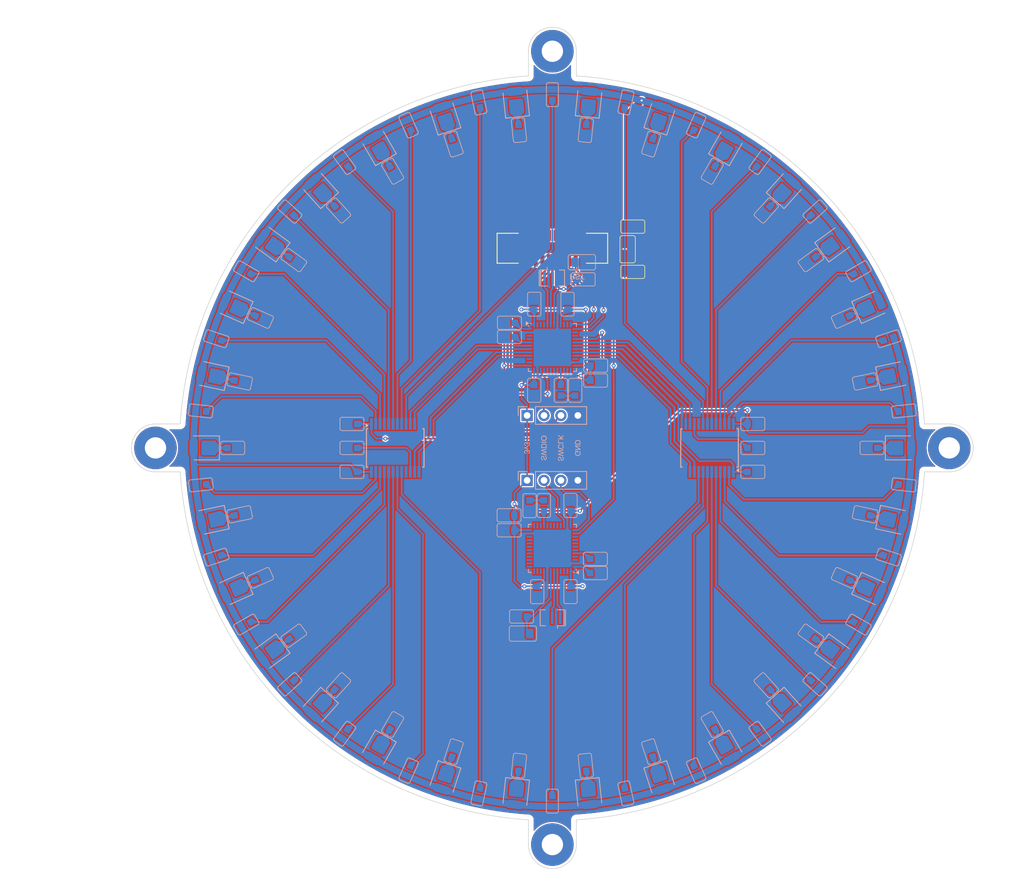
<source format=kicad_pcb>
(kicad_pcb (version 20240108) (generator "pcbnew") (generator_version "8.0")
  (layers (0 "F.Cu" signal) (31 "B.Cu" signal) (34 "B.Paste" user) (35 "F.Paste" user) (36 "B.SilkS" user "B.Silkscreen") (37 "F.SilkS" user "F.Silkscreen") (38 "B.Mask" user) (39 "F.Mask" user) (44 "Edge.Cuts" user))
  (net 0 "")
  (net 1 "+3V3")
  (net 2 "GNDREF")
  (net 3 "+3V3 FILT")
  (net 5 "Net-(D206-K)")
  (net 6 "/Light Ring/STM32/MCU1 LED")
  (net 7 "Net-(D207-K)")
  (net 8 "Net-(D208-K)")
  (net 9 "Net-(D209-K)")
  (net 10 "Net-(D210-K)")
  (net 11 "Net-(D211-K)")
  (net 12 "Net-(D212-K)")
  (net 13 "Net-(D213-K)")
  (net 14 "Net-(D214-K)")
  (net 15 "Net-(D215-K)")
  (net 16 "Net-(D216-K)")
  (net 17 "Net-(D217-K)")
  (net 18 "Net-(D218-K)")
  (net 19 "Net-(D219-K)")
  (net 20 "Net-(D220-K)")
  (net 21 "Net-(D221-K)")
  (net 22 "Net-(D222-K)")
  (net 23 "Net-(D223-K)")
  (net 24 "Net-(D224-K)")
  (net 25 "Net-(D225-K)")
  (net 26 "Net-(D226-K)")
  (net 27 "Net-(D227-K)")
  (net 28 "Net-(D228-K)")
  (net 29 "Net-(D229-K)")
  (net 30 "Net-(D230-K)")
  (net 31 "Net-(D231-K)")
  (net 32 "/Light Ring/STM32/MCU BOOT0")
  (net 33 "Net-(U203-I0)")
  (net 34 "Net-(U203-I1)")
  (net 35 "Net-(U203-I2)")
  (net 36 "Net-(U203-I3)")
  (net 37 "Net-(U203-I4)")
  (net 38 "Net-(U203-I5)")
  (net 39 "Net-(U203-I6)")
  (net 40 "Net-(U203-I7)")
  (net 41 "Net-(U203-I8)")
  (net 42 "Net-(U203-I9)")
  (net 43 "Net-(U203-I10)")
  (net 44 "Net-(U203-I11)")
  (net 45 "Net-(U203-I12)")
  (net 46 "Net-(U203-I13)")
  (net 47 "Net-(U203-I14)")
  (net 48 "/Light Ring/MUX/M1")
  (net 49 "Net-(U203-~{E})")
  (net 50 "/Light Ring/MUX/M2")
  (net 51 "/Light Ring/MUX/M1 S3")
  (net 53 "/Light Ring/MUX/M1 S2")
  (net 54 "/Light Ring/MUX/M1 S0")
  (net 55 "/Light Ring/MUX/M1 S1")
  (net 56 "/Light Ring/MUX/M2 S2")
  (net 57 "/Light Ring/MUX/M2 S1")
  (net 58 "/Light Ring/MUX/M2 S3")
  (net 59 "/Light Ring/MUX/M2 S0")
  (net 60 "/Light Ring/STM32/MCU1 OSC OUT")
  (net 61 "/Light Ring/STM32/MCU1 OSC IN")
  (net 62 "LED TX")
  (net 63 "MCU SWDIO")
  (net 64 "MCU RST")
  (net 65 "LED RX")
  (net 66 "MCU SWCLK")
  (net 67 "Net-(D202-K)")
  (net 68 "Net-(D203-K)")
  (net 69 "Net-(D204-K)")
  (net 70 "Net-(D205-K)")
  (net 71 "Net-(U202-I0)")
  (net 72 "Net-(U202-I1)")
  (net 73 "Net-(U202-I2)")
  (net 74 "Net-(U202-I3)")
  (net 75 "Net-(U202-I4)")
  (net 76 "Net-(U202-I5)")
  (net 77 "Net-(U202-I6)")
  (net 78 "Net-(U202-I7)")
  (net 79 "Net-(U202-I8)")
  (net 80 "Net-(U202-I9)")
  (net 81 "Net-(U202-I10)")
  (net 82 "Net-(U202-I11)")
  (net 83 "Net-(U202-I12)")
  (net 84 "Net-(U202-I13)")
  (net 85 "Net-(U202-I14)")
  (net 86 "Net-(U202-~{E})")
  (net 107 "Net-(D201-K)")
  (net 110 "Net-(D232-K)")
  (net 111 "FLAG")
  (net 112 "/Gate/GATE SWCLK")
  (net 113 "/Gate/GATE SWDIO")
  (net 114 "/Gate/MCU BOOT0")
  (net 119 "/Gate/MCU1 OSC IN")
  (net 129 "/Gate/MCU1 OSC OUT")
  (net 147 "Net-(U204B-NRST)")
  (net 148 "/Gate/MCU1 LED")
  (footprint "Library:cap0603" (layer "F.Cu") (at 167.275 83.55)
    (property "Reference" "C201" (hide yes))
    (property "Value" "2u2" (hide yes))
  )
  (footprint "Library:fb0805" (layer "F.Cu") (at 166.475 80.15 90)
    (property "Reference" "FB201" (hide yes))
    (property "Value" "100R")
  )
  (footprint "Library:526101071" (layer "F.Cu") (at 155.2 80 180)
    (property "Reference" "J201" (hide yes))
    (property "Value" "Conn_01x10" (hide yes))
  )
  (footprint "MountingHole:MountingHole_3.2mm_M3_Pad" (layer "F.Cu") (at 155.2 169.6)
    (property "Reference" "H201" (hide yes))
    (property "Value" "MountingHole")
  )
  (footprint "MountingHole:MountingHole_3.2mm_M3_Pad" (layer "F.Cu") (at 214.8 110 90)
    (property "Reference" "H202" (hide yes))
    (property "Value" "MountingHole")
  )
  (footprint "MountingHole:MountingHole_3.2mm_M3_Pad" (layer "F.Cu") (at 95.6 110 -90)
    (property "Reference" "H204" (hide yes))
    (property "Value" "MountingHole")
  )
  (footprint "Library:cap0603" (layer "F.Cu") (at 167.275 76.75)
    (property "Reference" "C202" (hide yes))
    (property "Value" "2u2" (hide yes))
  )
  (footprint "MountingHole:MountingHole_3.2mm_M3_Pad" (layer "F.Cu") (at 155.2 50.4 180)
    (property "Reference" "H203" (hide yes))
    (property "Value" "MountingHole")
  )
  (footprint "Library:als-pt19" (layer "B.Cu") (at 166.234913 161.915184 102)
    (property "Reference" "R204" (hide yes))
    (property "Value" "R_Photo")
  )
  (footprint "Library:res0603" (layer "B.Cu") (at 194.032816 138.213692 144)
    (property "Reference" "R249" (hide yes))
    (property "Value" "R")
  )
  (footprint "Library:led2835" (layer "B.Cu") (at 203.161137 131.353674 -24)
    (property "Reference" "D215" (hide yes))
    (property "Value" "LED")
  )
  (footprint "Library:als-pt19" (layer "B.Cu") (at 201.164298 83.4625 -150)
    (property "Reference" "R213" (hide yes))
    (property "Value" "R_Photo")
  )
  (footprint "Library:als-pt19" (layer "B.Cu") (at 205.677325 126.401077 162)
    (property "Reference" "R209" (hide yes))
    (property "Value" "R_Photo")
  )
  (footprint "Library:led2835" (layer "B.Cu") (at 103.847251 99.084636 168)
    (property "Reference" "D231" (hide yes))
    (property "Value" "LED")
  )
  (footprint "Library:res0603" (layer "B.Cu") (at 140.367184 64.349287 -72)
    (property "Reference" "R261" (hide yes))
    (property "Value" "R")
  )
  (footprint "Library:als-pt19" (layer "B.Cu") (at 186.396702 67.061423 -126)
    (property "Reference" "R215" (hide yes))
    (property "Value" "R_Photo")
  )
  (footprint "Package_DFN_QFN:QFN-48-1EP_7x7mm_P0.5mm_EP5.6x5.6mm" (layer "B.Cu") (at 155.2 125.1 90)
    (property "Reference" "U204" (hide yes))
    (property "Value" "STM32F103Cx")
  )
  (footprint "Library:led2835" (layer "B.Cu") (at 103.847251 120.915364 -168)
    (property "Reference" "D203" (hide yes))
    (property "Value" "LED")
  )
  (footprint "kibuzzard-679075F6" (layer "B.Cu") (at 158.95 84.275)
    (property "Reference" "kibuzzard-679075F6" (hide yes))
    (property "Value" "G***" (hide yes))
  )
  (footprint "Library:als-pt19" (layer "B.Cu") (at 207.98425 115.547848 174)
    (property "Reference" "R210" (hide yes))
    (property "Value" "R_Photo")
  )
  (footprint "Library:res0603" (layer "B.Cu") (at 108.248915 100.020239 -12)
    (property "Reference" "R266" (hide yes))
    (property "Value" "R")
  )
  (footprint "Library:als-pt19" (layer "B.Cu") (at 124.003298 67.061423 -54)
    (property "Reference" "R221" (hide yes))
    (property "Value" "R_Photo")
  )
  (footprint "Library:cap0603" (layer "B.Cu") (at 125.1 113.6)
    (property "Reference" "C210" (hide yes))
    (property "Value" "0u1" (hide yes))
  )
  (footprint "Library:res0603" (layer "B.Cu") (at 179.2 68.430781 -120)
    (property "Reference" "R257" (hide yes))
    (property "Value" "R")
  )
  (footprint "Library:als-pt19" (layer "B.Cu") (at 155.2 56.925 -90)
    (property "Reference" "R218" (hide yes))
    (property "Value" "R_Photo")
  )
  (footprint "Library:als-pt19" (layer "B.Cu") (at 144.165087 58.084816 -78)
    (property "Reference" "R219" (hide yes))
    (property "Value" "R_Photo")
  )
  (footprint "Library:led2835" (layer "B.Cu") (at 206.552749 120.915364 -12)
    (property "Reference" "D216" (hide yes))
    (property "Value" "LED")
  )
  (footprint "Library:res0603" (layer "B.Cu") (at 185.300001 110 180)
    (property "Reference" "R234" (hide yes))
    (property "Value" "10K")
  )
  (footprint "Library:res0603" (layer "B.Cu") (at 150.182634 157.737051 84)
    (property "Reference" "R244" (hide yes))
    (property "Value" "R")
  )
  (footprint "Library:res0603" (layer "B.Cu") (at 187.318269 145.670952 132)
    (property "Reference" "R248" (hide yes))
    (property "Value" "R")
  )
  (footprint "Library:res0603" (layer "B.Cu") (at 123.081731 74.329048 -48)
    (property "Reference" "R263" (hide yes))
    (property "Value" "R")
  )
  (footprint "Library:als-pt19" (layer "B.Cu") (at 194.642412 74.485893 -138)
    (property "Reference" "R214" (hide yes))
    (property "Value" "R_Photo")
  )
  (footprint "Library:res0603" (layer "B.Cu") (at 161.65 126.675001 180)
    (property "Reference" "R267" (hide yes))
    (property "Value" "R")
  )
  (footprint "Library:led2835" (layer "B.Cu") (at 171.423392 60.069533 72)
    (property "Reference" "D223" (hide yes))
    (property "Value" "LED")
  )
  (footprint "Library:als-pt19" (layer "B.Cu") (at 104.722675 126.401077 18)
    (property "Reference" "R227" (hide yes))
    (property "Value" "R_Photo")
  )
  (footprint "Library:led2835" (layer "B.Cu") (at 190.329357 149.015103 -48)
    (property "Reference" "D213" (hide yes))
    (property "Value" "LED")
  )
  (footprint "Library:res0603" (layer "B.Cu") (at 131.2 68.430781 -60)
    (property "Reference" "R262" (hide yes))
    (property "Value" "R")
  )
  (footprint "Library:als-pt19" (layer "B.Cu") (at 194.642412 145.514107 138)
    (property "Reference" "R207" (hide yes))
    (property "Value" "R_Photo")
  )
  (footprint "Library:als-pt19" (layer "B.Cu") (at 109.235702 136.5375 30)
    (property "Reference" "R228" (hide yes))
    (property "Value" "R_Photo")
  )
  (footprint "Library:res0603" (layer "B.Cu") (at 160.217366 157.737051 96)
    (property "Reference" "R245" (hide yes))
    (property "Value" "R")
  )
  (footprint "Library:cap0603" (layer "B.Cu") (at 157.474999 88.400001 90)
    (property "Reference" "C208" (hide yes))
    (property "Value" "0u1" (hide yes))
  )
  (footprint "Library:cap0603" (layer "B.Cu") (at 148.750001 91.2 180)
    (property "Reference" "C205" (hide yes))
    (property "Value" "0u1" (hide yes))
  )
  (footprint "Library:led2835" (layer "B.Cu") (at 102.7 110 180)
    (property "Reference" "D202" (hide yes))
    (property "Value" "LED")
  )
  (footprint "Library:res0603" (layer "B.Cu") (at 151.775 118.675 -90)
    (property "Reference" "R268" (hide yes))
    (property "Value" "1K")
  )
  (footprint "Library:res0603" (layer "B.Cu") (at 199.050182 129.523359 156)
    (property "Reference" "R250" (hide yes))
    (property "Value" "R")
  )
  (footprint "Library:res0603" (layer "B.Cu") (at 111.349818 90.476641 -24)
    (property "Reference" "R265" (hide yes))
    (property "Value" "R")
  )
  (footprint "Connector_PinHeader_2.54mm:PinHeader_1x04_P2.54mm_Vertical" (layer "B.Cu") (at 151.4 114.875 -90)
    (property "Reference" "J203" (hide yes))
    (property "Value" "Conn_01x04")
  )
  (footprint "Library:als-pt19" (layer "B.Cu") (at 133.612453 61.513575 -66)
    (property "Reference" "R220" (hide yes))
    (property "Value" "R_Photo")
  )
  (footprint "Library:res0603" (layer "B.Cu") (at 158.625 101.35 90)
    (property "Reference" "R202" (hide yes))
    (property "Value" "1K")
  )
  (footprint "Library:res0603" (layer "B.Cu") (at 111.349818 129.523359 24)
    (property "Reference" "R239" (hide yes))
    (property "Value" "R")
  )
  (footprint "Library:als-pt19" (layer "B.Cu") (at 144.165087 161.915184 78)
    (property "Reference" "R232" (hide yes))
    (property "Value" "R_Photo")
  )
  (footprint "Library:led0603" (layer "B.Cu") (at 156.474999 101.349997 90)
    (property "Reference" "D201" (hide yes))
    (property "Value" "RED")
  )
  (footprint "Library:cap0603" (layer "B.Cu") (at 161.65 128.800001)
    (property "Reference" "C215" (hide yes))
    (property "Value" "0u1" (hide yes))
  )
  (footprint "Library:res0603" (layer "B.Cu") (at 140.367184 155.650713 72)
    (property "Reference" "R243" (hide yes))
    (property "Value" "R")
  )
  (footprint "Crystal:Resonator_SMD_Murata_CSTxExxV-3Pin_3.0x1.1mm" (layer "B.Cu") (at 155.224999 84.474999)
    (property "Reference" "Y201" (hide yes))
    (property "Value" "8Mhz")
  )
  (footprint "Library:res0603" (layer "B.Cu") (at 179.2 151.569219 120)
    (property "Reference" "R247" (hide yes))
    (property "Value" "R")
  )
  (footprint "Library:res0603" (layer "B.Cu") (at 170.032816 155.650713 108)
    (property "Reference" "R246" (hide yes))
    (property "Value" "R")
  )
  (footprint "Library:res0603" (layer "B.Cu") (at 160.217366 62.262949 -96)
    (property "Reference" "R259" (hide yes))
    (property "Value" "R")
  )
  (footprint "Crystal:Resonator_SMD_Murata_CSTxExxV-3Pin_3.0x1.1mm" (layer "B.Cu") (at 155.167157 135.525 180)
    (property "Reference" "Y202" (hide yes))
    (property "Value" "8Mhz")
  )
  (footprint "Library:led2835" (layer "B.Cu") (at 128.95 155.466334 -120)
    (property "Reference" "D207" (hide yes))
    (property "Value" "LED")
  )
  (footprint "Library:als-pt19" (layer "B.Cu") (at 109.235702 83.4625 -30)
    (property "Reference" "R223" (hide yes))
    (property "Value" "R_Photo")
  )
  (footprint "Library:als-pt19" (layer "B.Cu") (at 176.787547 61.513575 -114)
    (property "Reference" "R216" (hide yes))
    (property "Value" "R_Photo")
  )
  (footprint "Library:led2835" (layer "B.Cu") (at 171.423392 159.930467 -72)
    (property "Reference" "D211" (hide yes))
    (property "Value" "LED")
  )
  (footprint "Library:led2835" (layer "B.Cu") (at 197.673392 140.858726 -36)
    (property "Reference" "D214" (hide yes))
    (property "Value" "LED")
  )
  (footprint "Library:cap0603" (layer "B.Cu") (at 161.7 97.625)
    (property "Reference" "C207" (hide yes))
    (property "Value" "0u1" (hide yes))
  )
  (footprint "Package_SO:SSOP-24_5.3x8.2mm_P0.65mm" (layer "B.Cu") (at 131.6 110 -90)
    (property "Reference" "U203" (hide yes))
    (property "Value" "CD74HC4067SM" (hide yes))
  )
  (footprint "Library:cap0603" (layer "B.Cu") (at 148.7 122.375 180)
    (property "Reference" "C213" (hide yes))
    (property "Value" "0u1" (hide yes))
  )
  (footprint "Library:cap0603" (layer "B.Cu") (at 152.475 101.349999 -90)
    (property "Reference" "C206" (hide yes))
    (property "Value" "0u1" (hide yes))
  )
  (footprint "Library:res0603" (layer "B.Cu") (at 202.151085 119.979761 168)
    (property "Reference" "R251" (hide yes))
    (property "Value" "R")
  )
  (footprint "Library:als-pt19" (layer "B.Cu") (at 186.396702 152.938577 126)
    (property "Reference" "R206" (hide yes))
    (property "Value" "R_Photo")
  )
  (footprint "Library:cap0603" (layer "B.Cu") (at 185.300001 106.4 180)
    (property "Reference" "C209" (hide yes))
    (property "Value" "0u1" (hide yes))
  )
  (footprint "Library:led2835" (layer "B.Cu") (at 206.552749 99.084636 12)
    (property "Reference" "D218" (hide yes))
    (property "Value" "LED")
  )
  (footprint "Library:led2835" (layer "B.Cu") (at 197.673392 79.141274 36)
    (property "Reference" "D220" (hide yes))
    (property "Value" "LED")
  )
  (footprint "Library:als-pt19" (layer "B.Cu") (at 166.234913 58.084816 -102)
    (property "Reference" "R217" (hide yes))
    (property "Value" "R_Photo")
  )
  (footprint "Library:cap0603" (layer "B.Cu") (at 159.825 84.675)
    (property "Reference" "C211" (hide yes))
    (property "Value" "C" (hide yes))
  )
  (footprint "kibuzzard-678DE539" (layer "B.Cu") (at 151.39 109.999999 90)
    (property "Reference" "kibuzzard-678DE539" (hide yes))
    (property "Value" "G***" (hide yes))
  )
  (footprint "Library:res0603" (layer "B.Cu") (at 131.2 151.569219 60)
    (property "Reference" "R242" (hide yes))
    (property "Value" "R")
  )
  (footprint "Library:res0603" (layer "B.Cu") (at 125.1 106.4)
    (property "Reference" "R235" (hide yes))
    (property "Value" "3K24")
  )
  (footprint "Library:led2835" (layer "B.Cu") (at 207.7 110)
    (property "Reference" "D217" (hide yes))
    (property "Value" "LED")
  )
  (footprint "Library:als-pt19" (layer "B.Cu") (at 102.41575 104.452152 -6)
    (property "Reference" "R225" (hide yes))
    (property "Value" "R_Photo")
  )
  (footprint "Library:res0603" (layer "B.Cu") (at 187.318269 74.329048 -132)
    (property "Reference" "R256" (hide yes))
    (property "Value" "R")
  )
  (footprint "Library:fb0805" (layer "B.Cu") (at 159.625 82.075 180)
    (property "Reference" "SW201" (hide yes))
    (property "Value" "IMU RST")
  )
  (footprint "Library:res0603" (layer "B.Cu") (at 185.300001 113.6 180)
    (property "Reference" "R233" (hide yes))
    (property "Value" "3K24")
  )
  (footprint "Library:led2835" (layer "B.Cu") (at 112.726608 79.141274 144)
    (property "Reference" "D229" (hide yes))
    (property "Value" "LED")
  )
  (footprint "Library:als-pt19" (layer "B.Cu") (at 133.612453 158.486425 66)
    (property "Reference" "R231" (hide yes))
    (property "Value" "R_Photo")
  )
  (footprint "Library:res0603" (layer "B.Cu") (at 107.2 110)
    (property "Reference" "R237" (hide yes))
    (property "Value" "R")
  )
  (footprint "Library:led2835" (layer "B.Cu") (at 107.238863 88.646326 156)
    (property "Reference" "D230" (hide yes))
    (property "Value" "LED")
  )
  (footprint "Library:als-pt19" (layer "B.Cu") (at 205.677325 93.598923 -162)
    (property "Reference" "R212" (hide yes))
    (property "Value" "R_Photo")
  )
  (footprint "Library:cap0603" (layer "B.Cu") (at 148.7 120.125 180)
    (property "Reference" "C212" (hide yes))
    (property "Value" "2u2" (hide yes))
  )
  (footprint "Library:led2835" (layer "B.Cu") (at 138.976608 159.930467 -108)
    (property "Reference" "D208" (hide yes))
    (property "Value" "LED")
  )
  (footprint "kibuzzard-678DE603" (layer "B.Cu") (at 156.47 110 90)
    (property "Reference" "kibuzzard-678DE603" (hide yes))
    (property "Value" "G***" (hide yes))
  )
  (footprint "Library:res0603" (layer "B.Cu") (at 116.367184 138.213692 36)
    (property "Reference" "R240" (hide yes))
    (property "Value" "R")
  )
  (footprint "Library:res0603" (layer "B.Cu") (at 194.032816 81.786308 -144)
    (property "Reference" "R255" (hide yes))
    (property "Value" "R")
  )
  (footprint "Library:led2835" (layer "B.Cu") (at 181.45 155.466334 -60)
    (property "Reference" "D212" (hide yes))
    (property "Value" "LED")
  )
  (footprint "Library:led2835" (layer "B.Cu") (at 160.687744 57.7876 84)
    (property "Reference" "D224" (hide yes))
    (property "Value" "LED")
  )
  (footprint "Library:als-pt19" (layer "B.Cu") (at 155.2 163.075 90)
    (property "Reference" "R203" (hide yes))
    (property "Value" "R_Photo")
  )
  (footprint "Library:led2835" (layer "B.Cu") (at 149.712256 57.7876 96)
    (property "Reference" "D225" (hide yes))
    (property "Value" "LED")
  )
  (footprint "kibuzzard-678DE51F" (layer "B.Cu") (at 153.93 110 90)
    (property "Reference" "kibuzzard-678DE51F" (hide yes))
    (property "Value" "G***" (hide yes))
  )
  (footprint "Library:led2835" (layer "B.Cu") (at 181.45 64.533666 60)
    (property "Reference" "D222" (hide yes))
    (property "Value" "LED")
  )
  (footprint "Library:led2835" (layer "B.Cu") (at 203.161137 88.646326 24)
    (property "Reference" "D219" (hide yes))
    (property "Value" "LED")
  )
  (footprint "kibuzzard-678DE626" (layer "B.Cu") (at 159.01 110 90)
    (property "Reference" "kibuzzard-678DE626" (hide yes))
    (property "Value" "G***" (hide yes))
  )
  (footprint "Library:als-pt19" (layer "B.Cu") (at 207.98425 104.452152 -174)
    (property "Reference" "R211" (hide yes))
    (property "Value" "R_Photo")
  )
  (footprint "Library:als-pt19" (layer "B.Cu") (at 102.41575 115.547848 6)
    (property "Reference" "R226" (hide yes))
    (property "Value" "R_Photo")
  )
  (footprint "Library:als-pt19" (layer "B.Cu") (at 201.164298 136.5375 150)
    (property "Reference" "R208" (hide yes))
    (property "Value" "R_Photo")
  )
  (footprint "Library:cap0603" (layer "B.Cu") (at 157.925 131.6 -90)
    (property "Reference" "C216" (hide yes))
    (property "Value" "0u1" (hide yes))
  )
  (footprint "Library:cap0603" (layer "B.Cu") (at 150.575 135.325 180)
    (property "Reference" "C218" (hide yes))
    (property "Value" "C" (hide yes))
  )
  (footprint "Library:res0603" (layer "B.Cu") (at 125.1 110)
    (property "Reference" "R236" (hide yes))
    (property "Value" "10K")
  )
  (footprint "Connector_PinHeader_2.54mm:PinHeader_1x04_P2.54mm_Vertical" (layer "B.Cu") (at 151.4 105.125 -90)
    (property "Reference" "J202" (hide yes))
    (property "Value" "Conn_01x04")
  )
  (footprint "Library:led2835" (layer "B.Cu") (at 120.070643 70.984897 132)
    (property "Reference" "D228" (hide yes))
    (property "Value" "LED")
  )
  (footprint "Library:cap0603" (layer "B.Cu") (at 161.699999 99.874999)
    (property "Reference" "C203" (hide yes))
    (property "Value" "2u2" (hide yes))
  )
  (footprint "Package_DFN_QFN:QFN-48-1EP_7x7mm_P0.5mm_EP5.6x5.6mm" (layer "B.Cu") (at 155.2 94.9 -90)
    (property "Reference" "U201" (hide yes))
    (property "Value" "STM32F103Cx")
  )
  (footprint "Library:led2835" (layer "B.Cu") (at 160.687744 162.2124 -84)
    (property "Reference" "D210" (hide yes))
    (property "Value" "LED")
  )
  (footprint "Library:res0603" (layer "B.Cu") (at 123.081731 145.670952 48)
    (property "Reference" "R241" (hide yes))
    (property "Value" "R")
  )
  (footprint "Package_SO:SSOP-24_5.3x8.2mm_P0.65mm" (layer "B.Cu") (at 178.800001 110 90)
    (property "Reference" "U202" (hide yes))
    (property "Value" "CD74HC4067SM")
  )
  (footprint "Library:res0603" (layer "B.Cu") (at 202.151085 100.020239 -168)
    (property "Reference" "R253" (hide yes))
    (property "Value" "R")
  )
  (footprint "Library:als-pt19" (layer "B.Cu") (at 124.003298 152.938577 54)
    (property "Reference" "R230" (hide yes))
    (property "Value" "R_Photo")
  )
  (footprint "Library:led2835" (layer "B.Cu") (at 149.712256 162.2124 -96)
    (property "Reference" "D209" (hide yes))
    (property "Value" "LED")
  )
  (footprint "Library:led2835" (layer "B.Cu") (at 112.726608 140.858726 -144)
    (property "Reference" "D205" (hide yes))
    (property "Value" "LED")
  )
  (footprint "Library:led0603" (layer "B.Cu") (at 153.925 118.65 -90)
    (property "Reference" "D232" (hide yes))
    (property "Value" "RED")
  )
  (footprint "Library:res0603" (layer "B.Cu") (at 203.2 110 180)
    (property "Reference" "R252" (hide yes))
    (property "Value" "R")
  )
  (footprint "Library:cap0603" (layer "B.Cu") (at 152.475 88.400002 90)
    (property "Reference" "C204" (hide yes))
    (property "Value" "0u1" (hide yes))
  )
  (footprint "Library:als-pt19" (layer "B.Cu") (at 104.722675 93.598923 -18)
    (property "Reference" "R224" (hide yes))
    (property "Value" "R_Photo")
  )
  (footprint "Library:cap0603" (layer "B.Cu") (at 157.925 118.65 90)
    (property "Reference" "C217" (hide yes))
    (property "Value" "0u1" (hide yes))
  )
  (footprint "Library:led2835" (layer "B.Cu") (at 120.070643 149.015103 -132)
    (property "Reference" "D206" (hide yes))
    (property "Value" "LED")
  )
  (footprint "Library:led2835" (layer "B.Cu") (at 128.95 64.533666 120)
    (property "Reference" "D227" (hide yes))
    (property "Value" "LED")
  )
  (footprint "Library:res0603" (layer "B.Cu") (at 108.248915 119.979761 12)
    (property "Reference" "R238" (hide yes))
    (property "Value" "R")
  )
  (footprint "Library:fb0805" (layer "B.Cu") (at 150.775 137.925)
    (property "Reference" "SW202" (hide yes))
    (property "Value" "IMU RST")
  )
  (footprint "Library:res0603" (layer "B.Cu") (at 150.182634 62.262949 -84)
    (property "Reference" "R260" (hide yes))
    (property "Value" "R")
  )
  (footprint "Library:als-pt19" (layer "B.Cu") (at 176.787547 158.486425 114)
    (property "Reference" "R205" (hide yes))
    (property "Value" "R_Photo")
  )
  (footprint "Library:res0603" (layer "B.Cu") (at 199.050182 90.476641 -156)
    (property "Reference" "R254" (hide yes))
    (property "Value" "R")
  )
  (footprint "Library:led2835" (layer "B.Cu") (at 107.238863 131.353674 -156)
    (property "Reference" "D204" (hide yes))
    (property "Value" "LED")
  )
  (footprint "Library:led2835" (layer "B.Cu") (at 138.976608 60.069533 108)
    (property "Reference" "D226" (hide yes))
    (property "Value" "LED")
  )
  (footprint "Library:led2835" (layer "B.Cu") (at 190.329357 70.984897 48)
    (property "Reference" "D221" (hide yes))
    (property "Value" "LED")
  )
  (footprint "Library:als-pt19" (layer "B.Cu") (at 115.757588 74.485893 -42)
    (property "Reference" "R222" (hide yes))
    (property "Value" "R_Photo")
  )
  (footprint "Library:res0603" (layer "B.Cu") (at 148.75 93.325)
    (property "Reference" "R201" (hide yes))
    (property "Value" "R")
  )
  (footprint "Library:res0603" (layer "B.Cu") (at 170.032816 64.349287 -108)
    (property "Reference" "R258" (hide yes))
    (property "Value" "R")
  )
  (footprint "Library:res0603" (layer "B.Cu") (at 116.367184 81.786308 -36)
    (property "Reference" "R264" (hide yes))
    (property "Value" "R")
  )
  (footprint "Library:als-pt19" (layer "B.Cu") (at 115.757588 145.514107 42)
    (property "Reference" "R229" (hide yes))
    (property "Value" "R_Photo")
  )
  (footprint "Library:cap0603" (layer "B.Cu") (at 152.925 131.6 -90)
    (property "Reference" "C214" (hide yes))
    (property "Value" "0u1" (hide yes))
  )
  (gr_arc (start 206.43817 93.35171) (mid 104.903355 129.307073) (end 204.417261 88.087063) (stroke (width 1)) (layer "B.Cu") (net 3))
  (gr_arc (start 211.084165 113.599999) (mid 194.797979 149.597979) (end 158.799999 165.884165) (stroke (width 0.1)) (layer "Edge.Cuts"))
  (gr_arc (start 214.8 106.4) (mid 218.4 110) (end 214.8 113.6) (stroke (width 0.1)) (layer "Edge.Cuts"))
  (gr_line (start 158.8 54.115834) (end 158.8 50.4) (stroke (width 0.1)) (layer "Edge.Cuts"))
  (gr_arc (start 99.315834 106.4) (mid 115.60202 70.40202) (end 151.6 54.115834) (stroke (width 0.1)) (layer "Edge.Cuts"))
  (gr_arc (start 158.8 169.6) (mid 155.2 173.2) (end 151.6 169.6) (stroke (width 0.1)) (layer "Edge.Cuts"))
  (gr_line (start 211.084166 113.6) (end 214.8 113.6) (stroke (width 0.1)) (layer "Edge.Cuts"))
  (gr_circle (center 214.8 110) (end 216.3 110) (stroke (width 0.1)) (fill none) (layer "Edge.Cuts"))
  (gr_arc (start 151.6 165.884166) (mid 115.60202 149.59798) (end 99.315834 113.6) (stroke (width 0.1)) (layer "Edge.Cuts"))
  (gr_line (start 95.6 113.6) (end 99.315834 113.6) (stroke (width 0.1)) (layer "Edge.Cuts"))
  (gr_line (start 99.315834 106.4) (end 95.6 106.4) (stroke (width 0.1)) (layer "Edge.Cuts"))
  (gr_line (start 151.6 165.884166) (end 151.6 169.6) (stroke (width 0.1)) (layer "Edge.Cuts"))
  (gr_line (start 151.6 50.4) (end 151.6 54.115834) (stroke (width 0.1)) (layer "Edge.Cuts"))
  (gr_arc (start 158.8 54.115834) (mid 194.79798 70.40202) (end 211.084166 106.4) (stroke (width 0.1)) (layer "Edge.Cuts"))
  (gr_circle (center 95.6 110) (end 97.1 110) (stroke (width 0.1)) (fill none) (layer "Edge.Cuts"))
  (gr_line (start 158.8 169.6) (end 158.8 165.884166) (stroke (width 0.1)) (layer "Edge.Cuts"))
  (gr_arc (start 95.6 113.6) (mid 92 110) (end 95.6 106.4) (stroke (width 0.1)) (layer "Edge.Cuts"))
  (gr_circle (center 155.2 50.4) (end 156.7 50.4) (stroke (width 0.1)) (fill none) (layer "Edge.Cuts"))
  (gr_arc (start 151.6 50.4) (mid 155.2 46.8) (end 158.8 50.4) (stroke (width 0.1)) (layer "Edge.Cuts"))
  (gr_line (start 214.8 106.4) (end 211.084166 106.4) (stroke (width 0.1)) (layer "Edge.Cuts"))
  (segment (start 174.45 104.325) (end 159.325 119.45) (width 0.254) (layer "F.Cu") (net 3))
  (segment (start 160.2 89.2) (end 150.55 89.2) (width 0.254) (layer "F.Cu") (net 3))
  (segment (start 159.45 99.15) (end 151.975 99.15) (width 0.254) (layer "F.Cu") (net 3))
  (segment (start 166.475 59.925) (end 168.6 57.8) (width 1) (layer "F.Cu") (net 3))
  (segment (start 159.7 130.8) (end 159.725 130.775) (width 0.254) (layer "F.Cu") (net 3))
  (segment (start 159.325 119.45) (end 150.525 119.45) (width 0.254) (layer "F.Cu") (net 3))
  (segment (start 166.475 76.75) (end 166.475 59.925) (width 1) (layer "F.Cu") (net 3))
  (segment (start 159.45 99.15) (end 160.2 98.4) (width 0.254) (layer "F.Cu") (net 3))
  (segment (start 151.975 99.15) (end 150.575 100.55) (width 0.254) (layer "F.Cu") (net 3))
  (segment (start 151 130.8) (end 159.7 130.8) (width 0.254) (layer "F.Cu") (net 3))
  (segment (start 150.525 119.45) (end 149.5 118.425) (width 0.254) (layer "F.Cu") (net 3))
  (segment (start 184.475 104.325) (end 174.45 104.325) (width 0.254) (layer "F.Cu") (net 3))
  (segment (start 160.2 98.4) (end 160.2 89.2) (width 0.254) (layer "F.Cu") (net 3))
  (via (at 159.45 99.15) (size 0.6) (drill 0.3) (layers "F.Cu" "B.Cu") (net 3))
  (via (at 160.2 89.2) (size 0.6) (drill 0.3) (layers "F.Cu" "B.Cu") (net 3))
  (via (at 150.55 89.2) (size 0.6) (drill 0.3) (layers "F.Cu" "B.Cu") (net 3))
  (via (at 159.725 130.775) (size 0.6) (drill 0.3) (layers "F.Cu" "B.Cu") (net 3))
  (via (at 149.5 118.425) (size 0.6) (drill 0.3) (layers "F.Cu" "B.Cu") (net 3))
  (via (at 159.325 119.45) (size 0.6) (drill 0.3) (layers "F.Cu" "B.Cu") (net 3))
  (via (at 184.475 104.325) (size 0.6) (drill 0.3) (layers "F.Cu" "B.Cu") (net 3))
  (via (at 151 130.8) (size 0.6) (drill 0.3) (layers "F.Cu" "B.Cu") (net 3))
  (via (at 150.575 100.55) (size 0.6) (drill 0.3) (layers "F.Cu" "B.Cu") (net 3))
  (via (at 168.6 57.8) (size 0.6) (drill 0.3) (layers "F.Cu" "B.Cu") (net 3))
  (segment (start 157.950001 130.775) (end 157.925 130.800001) (width 0.254) (layer "B.Cu") (net 3))
  (segment (start 125.899999 113.6) (end 124.824999 112.525) (width 0.254) (layer "B.Cu") (net 3))
  (segment (start 149.499999 116.775001) (end 151.4 114.875) (width 0.254) (layer "B.Cu") (net 3))
  (segment (start 149.499998 118.425001) (end 149.5 118.425) (width 0.254) (layer "B.Cu") (net 3))
  (segment (start 149.499998 122.375) (end 149.499999 120.125) (width 0.254) (layer "B.Cu") (net 3))
  (segment (start 150.999999 130.800001) (end 150.325001 130.800001) (width 0.254) (layer "B.Cu") (net 3))
  (segment (start 202.75 106.75) (end 208.779869 106.75) (width 0.254) (layer "B.Cu") (net 3))
  (segment (start 149.524999 122.35) (end 149.499998 122.375) (width 0.254) (layer "B.Cu") (net 3))
  (segment (start 153.95 128.5375) (end 153.95 129.775001) (width 0.254) (layer "B.Cu") (net 3))
  (segment (start 152.475 100.55) (end 150.575 100.55) (width 0.254) (layer "B.Cu") (net 3))
  (segment (start 157.95 130.775001) (end 157.925 130.800001) (width 0.254) (layer "B.Cu") (net 3))
  (segment (start 153.95 129.775001) (end 152.925 130.800001) (width 0.254) (layer "B.Cu") (net 3))
  (segment (start 160.900001 99.874999) (end 160.899999 97.625) (width 0.254) (layer "B.Cu") (net 3))
  (segment (start 151.7875 92.125) (end 151.7875 91.7625) (width 0.254) (layer "B.Cu") (net 3))
  (segment (start 151.7875 92.125) (end 150.475 92.125) (width 0.254) (layer "B.Cu") (net 3))
  (segment (start 184.500002 107.500002) (end 184.725 107.725) (width 0.254) (layer "B.Cu") (net 3))
  (segment (start 184.725 107.725) (end 201.775 107.725) (width 0.254) (layer "B.Cu") (net 3))
  (segment (start 160.174999 99.874999) (end 160.9 99.874999) (width 0.254) (layer "B.Cu") (net 3))
  (segment (start 149.5 118.425) (end 149.499999 116.775001) (width 0.254) (layer "B.Cu") (net 3))
  (segment (start 150.575 100.55) (end 150.575 102.625) (width 0.254) (layer "B.Cu") (net 3))
  (segment (start 151.4 105.125) (end 151.4 114.875) (width 0.254) (layer "B.Cu") (net 3))
  (segment (start 150.475 92.125) (end 149.55 91.2) (width 0.254) (layer "B.Cu") (net 3))
  (segment (start 152.925 130.800001) (end 151.000001 130.800001) (width 0.254) (layer "B.Cu") (net 3))
  (segment (start 159.45 99.15) (end 160.174999 99.874999) (width 0.254) (layer "B.Cu") (net 3))
  (segment (start 152.475 100.55) (end 152.475 98.312499) (width 0.254) (layer "B.Cu") (net 3))
  (segment (start 151.000001 130.800001) (end 151 130.8) (width 0.254) (layer "B.Cu") (net 3))
  (segment (start 159.725 130.775) (end 157.950001 130.775) (width 0.254) (layer "B.Cu") (net 3))
  (segment (start 156.474999 90.2) (end 156.474999 91.437499) (width 0.254) (layer "B.Cu") (net 3))
  (segment (start 158.6375 128.3375) (end 158.437499 128.5375) (width 0.254) (layer "B.Cu") (net 3))
  (segment (start 158.6375 127.85) (end 158.6375 128.3375) (width 0.254) (layer "B.Cu") (net 3))
  (segment (start 184.500002 106.4) (end 182.375001 106.4) (width 0.254) (layer "B.Cu") (net 3))
  (segment (start 157.474999 89.2) (end 160.2 89.2) (width 0.254) (layer "B.Cu") (net 3))
  (segment (start 151 130.8) (end 150.999999 130.800001) (width 0.254) (layer "B.Cu") (net 3))
  (segment (start 124.824999 112.525) (end 101.868131 112.525) (width 0.254) (layer "B.Cu") (net 3))
  (segment (start 157.95 128.5375) (end 157.95 130.775001) (width 0.254) (layer "B.Cu") (net 3))
  (segment (start 151.375 103.425) (end 151.375 105.125) (width 0.254) (layer "B.Cu") (net 3))
  (segment (start 184.475 104.325) (end 184.475 106.374998) (width 0.254) (layer "B.Cu") (net 3))
  (segment (start 151.7625 122.35) (end 149.524999 122.35) (width 0.254) (layer "B.Cu") (net 3))
  (segment (start 159.900001 127.85) (end 160.850001 128.8) (width 0.254) (layer "B.Cu") (net 3))
  (segment (start 184.500002 106.4) (end 184.500002 107.500002) (width 0.254) (layer "B.Cu") (net 3))
  (segment (start 157.474999 89.2) (end 156.474999 90.2) (width 0.254) (layer "B.Cu") (net 3))
  (segment (start 125.899999 113.6) (end 128.025 113.6) (width 0.254) (layer "B.Cu") (net 3))
  (segment (start 158.6375 127.85) (end 159.900001 127.85) (width 0.254) (layer "B.Cu") (net 3))
  (segment (start 150.325001 130.800001) (end 149.499999 129.974999) (width 0.254) (layer "B.Cu") (net 3))
  (segment (start 201.775 107.725) (end 202.75 106.75) (width 0.254) (layer "B.Cu") (net 3))
  (segment (start 151.7875 91.7625) (end 152.1125 91.4375) (width 0.254) (layer "B.Cu") (net 3))
  (segment (start 158.437499 128.5375) (end 157.95 128.5375) (width 0.254) (layer "B.Cu") (net 3))
  (segment (start 149.499999 120.125) (end 149.499998 118.425001) (width 0.254) (layer "B.Cu") (net 3))
  (segment (start 157.925 119.449999) (end 159.325 119.45) (width 0.254) (layer "B.Cu") (net 3))
  (segment (start 152.475 89.200001) (end 152.475 91.437499) (width 0.254) (layer "B.Cu") (net 3))
  (segment (start 157.925 119.449999) (end 157.925 121.6375) (width 0.254) (layer "B.Cu") (net 3))
  (segment (start 157.925 121.6375) (end 157.95 121.6625) (width 0.254) (layer "B.Cu") (net 3))
  (segment (start 150.55 89.2) (end 152.475 89.200001) (width 0.254) (layer "B.Cu") (net 3))
  (segment (start 152.1125 91.4375) (end 152.475 91.4375) (width 0.254) (layer "B.Cu") (net 3))
  (segment (start 149.499999 129.974999) (end 149.499998 122.375) (width 0.254) (layer "B.Cu") (net 3))
  (segment (start 150.575 102.625) (end 151.375 103.425) (width 0.254) (layer "B.Cu") (net 3))
  (segment (start 160.899999 97.625) (end 158.6625 97.625) (width 0.254) (layer "B.Cu") (net 3))
  (segment (start 122.546427 146.265467) (end 120.672861 148.346273) (width 0.254) (layer "B.Cu") (net 5))
  (segment (start 156.474999 100.549999) (end 156.475 98.3125) (width 0.254) (layer "B.Cu") (net 6))
  (segment (start 130.8 152.262039) (end 129.399999 154.686911) (width 0.254) (layer "B.Cu") (net 7))
  (segment (start 140.119971 156.411557) (end 139.254723 159.074516) (width 0.254) (layer "B.Cu") (net 8))
  (segment (start 150.099011 158.532667) (end 149.806331 161.317329) (width 0.254) (layer "B.Cu") (net 9))
  (segment (start 160.300989 158.532667) (end 160.593669 161.317329) (width 0.254) (layer "B.Cu") (net 10))
  (segment (start 170.280029 156.411557) (end 171.145277 159.074516) (width 0.254) (layer "B.Cu") (net 11))
  (segment (start 179.6 152.262039) (end 181.000001 154.686911) (width 0.254) (layer "B.Cu") (net 12))
  (segment (start 187.853573 146.265467) (end 189.727139 148.346273) (width 0.254) (layer "B.Cu") (net 13))
  (segment (start 194.680029 138.68392) (end 196.945277 140.329719) (width 0.254) (layer "B.Cu") (net 14))
  (segment (start 199.781017 129.848748) (end 202.338945 130.987611) (width 0.254) (layer "B.Cu") (net 15))
  (segment (start 202.933602 120.14609) (end 205.672416 120.728243) (width 0.254) (layer "B.Cu") (net 16))
  (segment (start 203.999999 110) (end 206.8 110) (width 0.254) (layer "B.Cu") (net 17))
  (segment (start 202.933602 99.85391) (end 205.672416 99.271757) (width 0.254) (layer "B.Cu") (net 18))
  (segment (start 199.781017 90.151252) (end 202.338945 89.012389) (width 0.254) (layer "B.Cu") (net 19))
  (segment (start 194.680029 81.31608) (end 196.945277 79.670281) (width 0.254) (layer "B.Cu") (net 20))
  (segment (start 187.853573 73.734533) (end 189.727139 71.653727) (width 0.254) (layer "B.Cu") (net 21))
  (segment (start 179.6 67.737961) (end 181.000001 65.313089) (width 0.254) (layer "B.Cu") (net 22))
  (segment (start 170.280029 63.588443) (end 171.145277 60.925484) (width 0.254) (layer "B.Cu") (net 23))
  (segment (start 160.300989 61.467333) (end 160.593669 58.682671) (width 0.254) (layer "B.Cu") (net 24))
  (segment (start 150.099011 61.467333) (end 149.806331 58.682671) (width 0.254) (layer "B.Cu") (net 25))
  (segment (start 140.119971 63.588443) (end 139.254723 60.925484) (width 0.254) (layer "B.Cu") (net 26))
  (segment (start 130.800001 67.737961) (end 129.400001 65.313089) (width 0.254) (layer "B.Cu") (net 27))
  (segment (start 122.546427 73.734533) (end 120.672861 71.653727) (width 0.254) (layer "B.Cu") (net 28))
  (segment (start 115.719971 81.31608) (end 113.454723 79.670281) (width 0.254) (layer "B.Cu") (net 29))
  (segment (start 110.618983 90.151252) (end 108.061055 89.012389) (width 0.254) (layer "B.Cu") (net 30))
  (segment (start 107.466398 99.85391) (end 104.727584 99.271757) (width 0.254) (layer "B.Cu") (net 31))
  (segment (start 151.7875 94.124999) (end 150.349998 94.124999) (width 0.254) (layer "B.Cu") (net 32))
  (segment (start 150.349998 94.124999) (end 149.549999 93.325) (width 0.254) (layer "B.Cu") (net 32))
  (segment (start 155.200001 80.199999) (end 155.200001 57.724999) (width 0.254) (layer "B.Cu") (net 33))
  (segment (start 133.225 102.175) (end 155.200001 80.199999) (width 0.254) (layer "B.Cu") (net 33))
  (segment (start 133.225 106.4) (end 133.225 102.175) (width 0.254) (layer "B.Cu") (net 33))
  (segment (start 132.575 106.4) (end 132.575 101.125001) (width 0.254) (layer "B.Cu") (net 34))
  (segment (start 144.325001 89.375) (end 144.325001 58.873749) (width 0.254) (layer "B.Cu") (net 34))
  (segment (start 132.575 101.125001) (end 144.325001 89.375) (width 0.254) (layer "B.Cu") (net 34))
  (segment (start 131.925 98.950002) (end 133.937843 96.937158) (width 0.254) (layer "B.Cu") (net 35))
  (segment (start 131.925 106.399999) (end 131.925 98.950002) (width 0.254) (layer "B.Cu") (net 35))
  (segment (start 133.937843 96.937158) (end 133.937843 62.24441) (width 0.254) (layer "B.Cu") (net 35))
  (segment (start 131.275 74.510109) (end 124.473526 67.708636) (width 0.254) (layer "B.Cu") (net 36))
  (segment (start 131.275 106.4) (end 131.275 74.510109) (width 0.254) (layer "B.Cu") (net 36))
  (segment (start 130.625001 89.294093) (end 116.352105 75.021197) (width 0.254) (layer "B.Cu") (net 37))
  (segment (start 130.625001 106.4) (end 130.625001 89.294093) (width 0.254) (layer "B.Cu") (net 37))
  (segment (start 129.975 98.949999) (end 114.887501 83.8625) (width 0.254) (layer "B.Cu") (net 38))
  (segment (start 114.887501 83.8625) (end 109.928522 83.8625) (width 0.254) (layer "B.Cu") (net 38))
  (segment (start 129.975 106.4) (end 129.975 98.949999) (width 0.254) (layer "B.Cu") (net 38))
  (segment (start 129.325 101.949999) (end 121.221137 93.846136) (width 0.254) (layer "B.Cu") (net 39))
  (segment (start 121.221137 93.846136) (end 105.48352 93.846136) (width 0.254) (layer "B.Cu") (net 39))
  (segment (start 129.325 106.4) (end 129.325 101.949999) (width 0.254) (layer "B.Cu") (net 39))
  (segment (start 128.675 106.399999) (end 128.675 104.474999) (width 0.254) (layer "B.Cu") (net 40))
  (segment (start 126.475001 102.275) (end 105.472145 102.275) (width 0.254) (layer "B.Cu") (net 40))
  (segment (start 128.675 104.474999) (end 126.475001 102.275) (width 0.254) (layer "B.Cu") (net 40))
  (segment (start 105.472145 102.275) (end 103.21137 104.535775) (width 0.254) (layer "B.Cu") (net 40))
  (segment (start 104.497145 116.75) (end 126.654001 116.75) (width 0.254) (layer "B.Cu") (net 41))
  (segment (start 128.675 114.729) (end 128.675 113.6) (width 0.254) (layer "B.Cu") (net 41))
  (segment (start 126.654001 116.75) (end 128.675 114.729) (width 0.254) (layer "B.Cu") (net 41))
  (segment (start 103.21137 115.464225) (end 104.497145 116.75) (width 0.254) (layer "B.Cu") (net 41))
  (segment (start 119.296137 126.153864) (end 105.483521 126.153864) (width 0.254) (layer "B.Cu") (net 42))
  (segment (start 129.325 116.125001) (end 119.296137 126.153864) (width 0.254) (layer "B.Cu") (net 42))
  (segment (start 129.325 113.6) (end 129.325 116.125001) (width 0.254) (layer "B.Cu") (net 42))
  (segment (start 129.975 118.575001) (end 129.975 113.6) (width 0.254) (layer "B.Cu") (net 43))
  (segment (start 109.928522 136.137501) (end 112.4125 136.137501) (width 0.254) (layer "B.Cu") (net 43))
  (segment (start 112.4125 136.137501) (end 129.975 118.575001) (width 0.254) (layer "B.Cu") (net 43))
  (segment (start 130.625 113.6) (end 130.625 130.7) (width 0.254) (layer "B.Cu") (net 44))
  (segment (start 130.625 130.7) (end 116.352104 144.972896) (width 0.254) (layer "B.Cu") (net 44))
  (segment (start 124.473527 152.291364) (end 131.275 145.489891) (width 0.254) (layer "B.Cu") (net 45))
  (segment (start 131.275 145.489891) (end 131.275 113.600001) (width 0.254) (layer "B.Cu") (net 45))
  (segment (start 135.775001 155.918432) (end 135.775001 122.975) (width 0.254) (layer "B.Cu") (net 46))
  (segment (start 131.925 119.124998) (end 131.925 113.6) (width 0.254) (layer "B.Cu") (net 46))
  (segment (start 133.937843 157.75559) (end 135.775001 155.918432) (width 0.254) (layer "B.Cu") (net 46))
  (segment (start 135.775001 122.975) (end 131.925 119.124998) (width 0.254) (layer "B.Cu") (net 46))
  (segment (start 144.331417 128.756416) (end 132.575 116.999999) (width 0.254) (layer "B.Cu") (net 47))
  (segment (start 132.575 116.999999) (end 132.575 113.6) (width 0.254) (layer "B.Cu") (net 47))
  (segment (start 144.331417 161.132667) (end 144.331417 128.756416) (width 0.254) (layer "B.Cu") (net 47))
  (segment (start 181.875 111.975) (end 182.375001 112.475001) (width 0.254) (layer "B.Cu") (net 48))
  (segment (start 182.375 113.6) (end 184.5 113.6) (width 0.254) (layer "B.Cu") (net 48))
  (segment (start 174.125 108.85) (end 177.25 111.975) (width 0.254) (layer "B.Cu") (net 48))
  (segment (start 177.25 111.975) (end 181.875 111.975) (width 0.254) (layer "B.Cu") (net 48))
  (segment (start 158.6375 95.15) (end 165.75 95.15) (width 0.254) (layer "B.Cu") (net 48))
  (segment (start 182.375001 112.475001) (end 182.375001 113.6) (width 0.254) (layer "B.Cu") (net 48))
  (segment (start 174.125 103.525) (end 174.125 108.85) (width 0.254) (layer "B.Cu") (net 48))
  (segment (start 165.75 95.15) (end 174.125 103.525) (width 0.254) (layer "B.Cu") (net 48))
  (segment (start 133.275 110) (end 133.875 110.6) (width 0.254) (layer "B.Cu") (net 49))
  (segment (start 125.9 110) (end 133.275 110) (width 0.254) (layer "B.Cu") (net 49))
  (segment (start 133.875 110.6) (end 133.875 113.6) (width 0.254) (layer "B.Cu") (net 49))
  (segment (start 162.675 106.05) (end 160.125 108.6) (width 0.254) (layer "F.Cu") (net 50))
  (segment (start 162.675 92.675) (end 162.675 106.05) (width 0.254) (layer "F.Cu") (net 50))
  (segment (start 162.675 92.675) (end 162.75 92.75) (width 0.254) (layer "F.Cu") (net 50))
  (segment (start 160.125 108.6) (end 130.125 108.6) (width 0.254) (layer "F.Cu") (net 50))
  (via (at 162.675 92.675) (size 0.6) (drill 0.3) (layers "F.Cu" "B.Cu") (net 50))
  (via (at 130.125 108.6) (size 0.6) (drill 0.3) (layers "F.Cu" "B.Cu") (net 50))
  (segment (start 130.125 108.6) (end 128.775 108.6) (width 0.254) (layer "B.Cu") (net 50))
  (segment (start 128.025 107.85) (end 128.025 106.4) (width 0.254) (layer "B.Cu") (net 50))
  (segment (start 162.675 92.675) (end 162.775 92.675) (width 0.254) (layer "B.Cu") (net 50))
  (segment (start 162.775 92.675) (end 162.725 92.725) (width 0.254) (layer "B.Cu") (net 50))
  (segment (start 158.6625 93.625) (end 161.825 93.625) (width 0.254) (layer "B.Cu") (net 50))
  (segment (start 161.825 93.625) (end 162.675 92.775) (width 0.254) (layer "B.Cu") (net 50))
  (segment (start 128.025 106.4) (end 125.9 106.4) (width 0.254) (layer "B.Cu") (net 50))
  (segment (start 162.675 92.775) (end 162.675 92.675) (width 0.254) (layer "B.Cu") (net 50))
  (segment (start 128.775 108.6) (end 128.025 107.85) (width 0.254) (layer "B.Cu") (net 50))
  (segment (start 158.6375 94.65) (end 166.125 94.65) (width 0.254) (layer "B.Cu") (net 51))
  (segment (start 166.125 94.65) (end 175.225 103.75) (width 0.254) (layer "B.Cu") (net 51))
  (segment (start 175.225 103.75) (end 175.225001 106.4) (width 0.254) (layer "B.Cu") (net 51))
  (segment (start 175.875001 103.475001) (end 166.55 94.15) (width 0.254) (layer "B.Cu") (net 53))
  (segment (start 166.55 94.15) (end 158.6375 94.15) (width 0.254) (layer "B.Cu") (net 53))
  (segment (start 175.875001 106.4) (end 175.875001 103.475001) (width 0.254) (layer "B.Cu") (net 53))
  (segment (start 165.275 95.65) (end 173.525 103.9) (width 0.254) (layer "B.Cu") (net 54))
  (segment (start 173.525 109.025) (end 176.525001 112.025001) (width 0.254) (layer "B.Cu") (net 54))
  (segment (start 176.525001 112.025001) (end 176.525001 113.6) (width 0.254) (layer "B.Cu") (net 54))
  (segment (start 173.525 103.9) (end 173.525 109.025) (width 0.254) (layer "B.Cu") (net 54))
  (segment (start 158.6375 95.65) (end 165.275 95.65) (width 0.254) (layer "B.Cu") (net 54))
  (segment (start 172.95 104.175) (end 172.95 109.25) (width 0.254) (layer "B.Cu") (net 55))
  (segment (start 175.875001 112.175001) (end 175.875001 113.6) (width 0.254) (layer "B.Cu") (net 55))
  (segment (start 158.6375 96.15) (end 164.925 96.15) (width 0.254) (layer "B.Cu") (net 55))
  (segment (start 164.925 96.15) (end 172.95 104.175) (width 0.254) (layer "B.Cu") (net 55))
  (segment (start 172.95 109.25) (end 175.875001 112.175001) (width 0.254) (layer "B.Cu") (net 55))
  (segment (start 136.9 105.475) (end 146.725 95.65) (width 0.254) (layer "B.Cu") (net 56))
  (segment (start 134.525 113.6) (end 134.525 110.45) (width 0.254) (layer "B.Cu") (net 56))
  (segment (start 134.525 110.45) (end 136.9 108.075) (width 0.254) (layer "B.Cu") (net 56))
  (segment (start 136.9 108.075) (end 136.9 105.475) (width 0.254) (layer "B.Cu") (net 56))
  (segment (start 146.725 95.65) (end 151.7625 95.65) (width 0.254) (layer "B.Cu") (net 56))
  (segment (start 134.525 106.4) (end 134.525 104.592052) (width 0.254) (layer "B.Cu") (net 57))
  (segment (start 134.525 104.592052) (end 143.967052 95.15) (width 0.254) (layer "B.Cu") (net 57))
  (segment (start 143.967052 95.15) (end 151.7625 95.15) (width 0.254) (layer "B.Cu") (net 57))
  (segment (start 137.354 108.371) (end 135.175 110.55) (width 0.254) (layer "B.Cu") (net 58))
  (segment (start 135.175 110.55) (end 135.175 113.6) (width 0.254) (layer "B.Cu") (net 58))
  (segment (start 147.025 96.15) (end 137.354 105.821) (width 0.254) (layer "B.Cu") (net 58))
  (segment (start 151.7625 96.15) (end 147.025 96.15) (width 0.254) (layer "B.Cu") (net 58))
  (segment (start 137.354 105.821) (end 137.354 108.371) (width 0.254) (layer "B.Cu") (net 58))
  (segment (start 143.825 94.65) (end 133.875 104.6) (width 0.254) (layer "B.Cu") (net 59))
  (segment (start 151.7625 94.65) (end 143.825 94.65) (width 0.254) (layer "B.Cu") (net 59))
  (segment (start 133.875 104.6) (end 133.875 106.4) (width 0.254) (layer "B.Cu") (net 59))
  (segment (start 154.975 86.299999) (end 154.975 91.437499) (width 0.254) (layer "B.Cu") (net 60))
  (segment (start 155.224999 86.05) (end 154.975 86.299999) (width 0.254) (layer "B.Cu") (net 60))
  (segment (start 155.224999 84.474999) (end 155.224999 86.05) (width 0.254) (layer "B.Cu") (net 60))
  (segment (start 154.024999 85.874999) (end 154.474999 86.324999) (width 0.254) (layer "B.Cu") (net 61))
  (segment (start 154.024998 84.475) (end 154.024999 85.874999) (width 0.254) (layer "B.Cu") (net 61))
  (segment (start 154.474999 86.324999) (end 154.474999 91.45) (width 0.254) (layer "B.Cu") (net 61))
  (segment (start 161.4 89.175) (end 161.4 88.5) (width 0.254) (layer "F.Cu") (net 62))
  (segment (start 156.699983 83.799983) (end 156.699983 81.825) (width 0.254) (layer "F.Cu") (net 62))
  (segment (start 161.4 88.5) (end 156.699983 83.799983) (width 0.254) (layer "F.Cu") (net 62))
  (via (at 161.4 89.175) (size 0.6) (drill 0.3) (layers "F.Cu" "B.Cu") (net 62))
  (segment (start 161.4 90.45) (end 160.4125 91.4375) (width 0.254) (layer "B.Cu") (net 62))
  (segment (start 161.4 89.175) (end 161.4 90.45) (width 0.254) (layer "B.Cu") (net 62))
  (segment (start 160.4125 91.4375) (end 157.975 91.4375) (width 0.254) (layer "B.Cu") (net 62))
  (segment (start 153.915 103.26) (end 153.915 105.125) (width 0.254) (layer "F.Cu") (net 63))
  (segment (start 154.699983 83.475017) (end 154.699983 81.825) (width 0.254) (layer "F.Cu") (net 63))
  (segment (start 148.975 100.825) (end 148.975 89.2) (width 0.254) (layer "F.Cu") (net 63))
  (segment (start 148.975 89.2) (end 154.699983 83.475017) (width 0.254) (layer "F.Cu") (net 63))
  (segment (start 150 101.85) (end 148.975 100.825) (width 0.254) (layer "F.Cu") (net 63))
  (segment (start 154.475 101.85) (end 150 101.85) (width 0.254) (layer "F.Cu") (net 63))
  (segment (start 154.475 102.7) (end 153.915 103.26) (width 0.254) (layer "F.Cu") (net 63))
  (segment (start 154.475 101.85) (end 154.475 102.7) (width 0.254) (layer "F.Cu") (net 63))
  (via (at 154.475 101.85) (size 0.6) (drill 0.3) (layers "F.Cu" "B.Cu") (net 63))
  (segment (start 154.475 101.85) (end 154.475 99.802568) (width 0.254) (layer "B.Cu") (net 63))
  (segment (start 153.475001 98.802569) (end 153.475001 98.3125) (width 0.254) (layer "B.Cu") (net 63))
  (segment (start 154.475 99.802568) (end 153.475001 98.802569) (width 0.254) (layer "B.Cu") (net 63))
  (segment (start 156.9 86.125) (end 156.375 86.125) (width 0.254) (layer "F.Cu") (net 64))
  (segment (start 156.375 86.125) (end 155.699983 85.449983) (width 0.254) (layer "F.Cu") (net 64))
  (segment (start 155.699983 85.449983) (end 155.699983 81.825) (width 0.254) (layer "F.Cu") (net 64))
  (via (at 156.9 86.125) (size 0.6) (drill 0.3) (layers "F.Cu" "B.Cu") (net 64))
  (segment (start 156.175 86.125) (end 155.475 86.825) (width 0.254) (layer "B.Cu") (net 64))
  (segment (start 156.9 86.125) (end 157.575001 86.125) (width 0.254) (layer "B.Cu") (net 64))
  (segment (start 159.025001 82.537501) (end 158.5875 82.1) (width 0.254) (layer "B.Cu") (net 64))
  (segment (start 157.575001 86.125) (end 159.025001 84.675) (width 0.254) (layer "B.Cu") (net 64))
  (segment (start 159.025001 84.675) (end 159.025001 82.537501) (width 0.254) (layer "B.Cu") (net 64))
  (segment (start 155.475 86.825) (end 155.475 91.4375) (width 0.254) (layer "B.Cu") (net 64))
  (segment (start 156.9 86.125) (end 156.175 86.125) (width 0.254) (layer "B.Cu") (net 64))
  (segment (start 162.875 88.525) (end 157.699983 83.349983) (width 0.254) (layer "F.Cu") (net 65))
  (segment (start 157.699983 83.349983) (end 157.699983 81.825) (width 0.254) (layer "F.Cu") (net 65))
  (segment (start 162.875 89.3) (end 162.875 88.525) (width 0.254) (layer "F.Cu") (net 65))
  (via (at 162.875 89.3) (size 0.6) (drill 0.3) (layers "F.Cu" "B.Cu") (net 65))
  (segment (start 162.875 90.25) (end 161 92.125) (width 0.254) (layer "B.Cu") (net 65))
  (segment (start 162.875 89.3) (end 162.875 90.25) (width 0.254) (layer "B.Cu") (net 65))
  (segment (start 161 92.125) (end 158.6625 92.125) (width 0.254) (layer "B.Cu") (net 65))
  (segment (start 147.975 88.85) (end 153.699983 83.125017) (width 0.254) (layer "F.Cu") (net 66))
  (segment (start 147.975 105.525) (end 149.775 107.325) (width 0.254) (layer "F.Cu") (net 66))
  (segment (start 147.975 97.625) (end 147.975 105.525) (width 0.254) (layer "F.Cu") (net 66))
  (segment (start 149.775 107.325) (end 154.28 107.325) (width 0.254) (layer "F.Cu") (net 66))
  (segment (start 154.28 107.325) (end 156.48 105.125) (width 0.254) (layer "F.Cu") (net 66))
  (segment (start 153.699983 83.125017) (end 153.699983 81.825) (width 0.254) (layer "F.Cu") (net 66))
  (segment (start 147.975 97.625) (end 147.975 88.85) (width 0.254) (layer "F.Cu") (net 66))
  (via (at 147.975 97.625) (size 0.6) (drill 0.3) (layers "F.Cu" "B.Cu") (net 66))
  (segment (start 151.7875 97.625) (end 147.975 97.625) (width 0.254) (layer "B.Cu") (net 66))
  (segment (start 106.400001 110) (end 103.6 110) (width 0.254) (layer "B.Cu") (net 67))
  (segment (start 107.466398 120.14609) (end 104.727584 120.728243) (width 0.254) (layer "B.Cu") (net 68))
  (segment (start 110.618983 129.848748) (end 108.061055 130.987611) (width 0.254) (layer "B.Cu") (net 69))
  (segment (start 115.719971 138.68392) (end 113.454723 140.329719) (width 0.254) (layer "B.Cu") (net 70))
  (segment (start 155.2 140.1) (end 155.2 162.275001) (width 0.254) (layer "B.Cu") (net 71))
  (segment (start 177.175001 118.124999) (end 155.2 140.1) (width 0.254) (layer "B.Cu") (net 71))
  (segment (start 177.175001 113.6) (end 177.175001 118.124999) (width 0.254) (layer "B.Cu") (net 71))
  (segment (start 166.075 130.625) (end 166.075 161.126251) (width 0.254) (layer "B.Cu") (net 72))
  (segment (start 177.825001 118.874999) (end 166.075 130.625) (width 0.254) (layer "B.Cu") (net 72))
  (segment (start 177.825001 113.6) (end 177.825001 118.874999) (width 0.254) (layer "B.Cu") (net 72))
  (segment (start 178.475001 121.049999) (end 176.462158 123.062842) (width 0.254) (layer "B.Cu") (net 73))
  (segment (start 176.462158 123.062842) (end 176.462158 157.75559) (width 0.254) (layer "B.Cu") (net 73))
  (segment (start 178.475001 113.6) (end 178.475001 121.049999) (width 0.254) (layer "B.Cu") (net 73))
  (segment (start 179.125001 145.489891) (end 185.926474 152.291364) (width 0.254) (layer "B.Cu") (net 74))
  (segment (start 179.125001 113.6) (end 179.125001 145.489891) (width 0.254) (layer "B.Cu") (net 74))
  (segment (start 179.775001 130.705907) (end 194.047897 144.978803) (width 0.254) (layer "B.Cu") (net 75))
  (segment (start 179.775001 113.6) (end 179.775001 130.705907) (width 0.254) (layer "B.Cu") (net 75))
  (segment (start 180.425001 121.050001) (end 195.5125 136.1375) (width 0.254) (layer "B.Cu") (net 76))
  (segment (start 195.5125 136.1375) (end 200.471479 136.1375) (width 0.254) (layer "B.Cu") (net 76))
  (segment (start 180.425001 113.6) (end 180.425001 121.050001) (width 0.254) (layer "B.Cu") (net 76))
  (segment (start 181.075001 113.6) (end 181.075001 118.050001) (width 0.254) (layer "B.Cu") (net 77))
  (segment (start 189.178864 126.153864) (end 204.916481 126.153864) (width 0.254) (layer "B.Cu") (net 77))
  (segment (start 181.075001 118.050001) (end 189.178864 126.153864) (width 0.254) (layer "B.Cu") (net 77))
  (segment (start 181.725001 113.6) (end 181.725001 115.525001) (width 0.254) (layer "B.Cu") (net 78))
  (segment (start 181.725001 115.525001) (end 183.925 117.725) (width 0.254) (layer "B.Cu") (net 78))
  (segment (start 204.927856 117.725) (end 207.188631 115.464225) (width 0.254) (layer "B.Cu") (net 78))
  (segment (start 183.925 117.725) (end 204.927856 117.725) (width 0.254) (layer "B.Cu") (net 78))
  (segment (start 205.902856 103.25) (end 183.746001 103.25) (width 0.254) (layer "B.Cu") (net 79))
  (segment (start 181.725001 105.271) (end 181.725001 106.4) (width 0.254) (layer "B.Cu") (net 79))
  (segment (start 183.746001 103.25) (end 181.725001 105.271) (width 0.254) (layer "B.Cu") (net 79))
  (segment (start 207.188631 104.535775) (end 205.902856 103.25) (width 0.254) (layer "B.Cu") (net 79))
  (segment (start 181.075001 103.874999) (end 191.103864 93.846136) (width 0.254) (layer "B.Cu") (net 80))
  (segment (start 181.075001 106.4) (end 181.075001 103.874999) (width 0.254) (layer "B.Cu") (net 80))
  (segment (start 191.103864 93.846136) (end 204.916481 93.846136) (width 0.254) (layer "B.Cu") (net 80))
  (segment (start 197.987501 83.862499) (end 180.425001 101.424999) (width 0.254) (layer "B.Cu") (net 81))
  (segment (start 200.471479 83.862499) (end 197.987501 83.862499) (width 0.254) (layer "B.Cu") (net 81))
  (segment (start 180.425001 101.424999) (end 180.425001 106.4) (width 0.254) (layer "B.Cu") (net 81))
  (segment (start 179.775001 89.249999) (end 194.003803 75.021197) (width 0.254) (layer "B.Cu") (net 82))
  (segment (start 179.775001 106.4) (end 179.775001 89.249999) (width 0.254) (layer "B.Cu") (net 82))
  (segment (start 185.926474 67.708636) (end 179.125001 74.510109) (width 0.254) (layer "B.Cu") (net 83))
  (segment (start 179.125001 74.510109) (end 179.125001 106.4) (width 0.254) (layer "B.Cu") (net 83))
  (segment (start 174.625 97.025) (end 178.475001 100.875001) (width 0.254) (layer "B.Cu") (net 84))
  (segment (start 176.462158 62.24441) (end 174.625 64.081568) (width 0.254) (layer "B.Cu") (net 84))
  (segment (start 174.625 64.081568) (end 174.625 97.025) (width 0.254) (layer "B.Cu") (net 84))
  (segment (start 178.475001 100.875001) (end 178.475001 106.4) (width 0.254) (layer "B.Cu") (net 84))
  (segment (start 166.068584 91.243584) (end 177.825001 103.000001) (width 0.254) (layer "B.Cu") (net 85))
  (segment (start 177.825001 103.000001) (end 177.825001 106.4) (width 0.254) (layer "B.Cu") (net 85))
  (segment (start 166.068584 58.867333) (end 166.068584 91.243584) (width 0.254) (layer "B.Cu") (net 85))
  (segment (start 177.1 108.675) (end 176.525 108.1) (width 0.254) (layer "B.Cu") (net 86))
  (segment (start 176.525 108.1) (end 176.525 106.4) (width 0.254) (layer "B.Cu") (net 86))
  (segment (start 183.175 108.675) (end 177.1 108.675) (width 0.254) (layer "B.Cu") (net 86))
  (segment (start 184.5 110) (end 183.175 108.675) (width 0.254) (layer "B.Cu") (net 86))
  (segment (start 158.624998 102.149997) (end 158.625 102.149999) (width 0.254) (layer "B.Cu") (net 107))
  (segment (start 156.474999 102.149997) (end 158.624998 102.149997) (width 0.254) (layer "B.Cu") (net 107))
  (segment (start 153.925 117.850001) (end 151.8 117.850001) (width 0.254) (layer "B.Cu") (net 110))
  (segment (start 151.8 117.850001) (end 151.775 117.875001) (width 0.254) (layer "B.Cu") (net 110))
  (segment (start 164.4 88.85) (end 158.699983 83.149983) (width 0.254) (layer "F.Cu") (net 111))
  (segment (start 158.699983 83.149983) (end 158.699983 81.825) (width 0.254) (layer "F.Cu") (net 111))
  (segment (start 164.4 97.65) (end 164.4 88.85) (width 0.254) (layer "F.Cu") (net 111))
  (via (at 164.4 97.65) (size 0.6) (drill 0.3) (layers "F.Cu" "B.Cu") (net 111))
  (segment (start 164.4 117.692052) (end 164.4 97.65) (width 0.254) (layer "B.Cu") (net 111))
  (segment (start 158.6375 122.85) (end 159.242052 122.85) (width 0.254) (layer "B.Cu") (net 111))
  (segment (start 159.242052 122.85) (end 164.4 117.692052) (width 0.254) (layer "B.Cu") (net 111))
  (segment (start 160.675 118.1) (end 159.225 116.65) (width 0.254) (layer "B.Cu") (net 112))
  (segment (start 160.675 120.775) (end 160.675 118.1) (width 0.254) (layer "B.Cu") (net 112))
  (segment (start 159.1 122.35) (end 160.675 120.775) (width 0.254) (layer "B.Cu") (net 112))
  (segment (start 158.6375 122.35) (end 159.1 122.35) (width 0.254) (layer "B.Cu") (net 112))
  (segment (start 156.479999 116.029999) (end 156.479999 114.875) (width 0.254) (layer "B.Cu") (net 112))
  (segment (start 157.1 116.65) (end 156.479999 116.029999) (width 0.254) (layer "B.Cu") (net 112))
  (segment (start 159.225 116.65) (end 157.1 116.65) (width 0.254) (layer "B.Cu") (net 112))
  (segment (start 156.025 117.475) (end 153.94 115.39) (width 0.254) (layer "B.Cu") (net 113))
  (segment (start 156.949999 121.662499) (end 156.949998 120.774999) (width 0.254) (layer "B.Cu") (net 113))
  (segment (start 156.025 119.85) (end 156.025 117.475) (width 0.254) (layer "B.Cu") (net 113))
  (segment (start 156.949998 120.774999) (end 156.025 119.85) (width 0.254) (layer "B.Cu") (net 113))
  (segment (start 153.94 115.39) (end 153.94 114.875) (width 0.254) (layer "B.Cu") (net 113))
  (segment (start 160.000001 125.824999) (end 160.850001 126.675) (width 0.254) (layer "B.Cu") (net 114))
  (segment (start 158.662501 125.825) (end 160.000001 125.824999) (width 0.254) (layer "B.Cu") (net 114))
  (segment (start 158.6375 125.850001) (end 158.662501 125.825) (width 0.254) (layer "B.Cu") (net 114))
  (segment (start 155.950001 133.600001) (end 156.367157 134.017157) (width 0.254) (layer "B.Cu") (net 119))
  (segment (start 155.950001 128.5375) (end 155.950001 133.600001) (width 0.254) (layer "B.Cu") (net 119))
  (segment (start 156.367157 134.017157) (end 156.367157 135.525) (width 0.254) (layer "B.Cu") (net 119))
  (segment (start 155.45 128.5375) (end 155.45 133.825) (width 0.254) (layer "B.Cu") (net 129))
  (segment (start 155.45 133.825) (end 155.167157 134.107843) (width 0.254) (layer "B.Cu") (net 129))
  (segment (start 155.167157 134.107843) (end 155.167157 135.525) (width 0.254) (layer "B.Cu") (net 129))
  (segment (start 154.95 132.525) (end 154.950001 128.5375) (width 0.254) (layer "B.Cu") (net 147))
  (segment (start 152.15 135.325) (end 154.95 132.525) (width 0.254) (layer "B.Cu") (net 147))
  (segment (start 151.374999 137.462499) (end 151.8125 137.9) (width 0.254) (layer "B.Cu") (net 147))
  (segment (start 151.374999 135.325) (end 152.15 135.325) (width 0.254) (layer "B.Cu") (net 147))
  (segment (start 151.374999 135.325) (end 151.374999 137.462499) (width 0.254) (layer "B.Cu") (net 147))
  (segment (start 153.925001 119.449999) (end 153.925 121.6375) (width 0.254) (layer "B.Cu") (net 148))
  (segment (start 153.925 121.6375) (end 153.95 121.6625) (width 0.254) (layer "B.Cu") (net 148))
  (zone (net 1) (net_name "+3V3") (layer "F.Cu") (priority 1) (connect_pads yes (clearance 0.2)) (min_thickness 0.2) (fill yes (thermal_gap 0.5) (thermal_bridge_width 0.5) (smoothing fillet) (radius 0.2))
    (polygon (pts (xy 159.2 80.6) (xy 159.2 83.2) (xy 165.6 83.2) (xy 165.6 84.3) (xy 167.4 84.3) (xy 167.4 80.2) (xy 165.6 80.2) (xy 165.6 80.6)))
  )
  (zone (net 3) (net_name "+3V3 FILT") (layer "F.Cu") (priority 2) (connect_pads yes (clearance 0.2)) (min_thickness 0.2) (fill yes (thermal_gap 0.5) (thermal_bridge_width 0.5) (smoothing fillet) (radius 0.2))
    (polygon (pts (xy 167.4 80) (xy 165.6 80) (xy 165.6 75.8) (xy 167.4 75.8)))
  )
  (zone (net 2) (net_name "GNDREF") (layers "F&B.Cu") (connect_pads yes (clearance 0.2)) (min_thickness 0.15) (fill yes (thermal_gap 0.5) (thermal_bridge_width 0.5))
    (polygon (pts (xy 72.35 42.775) (xy 225.85 42.7) (xy 226.025 175.7) (xy 72.25 175.6)))
  )
)
</source>
